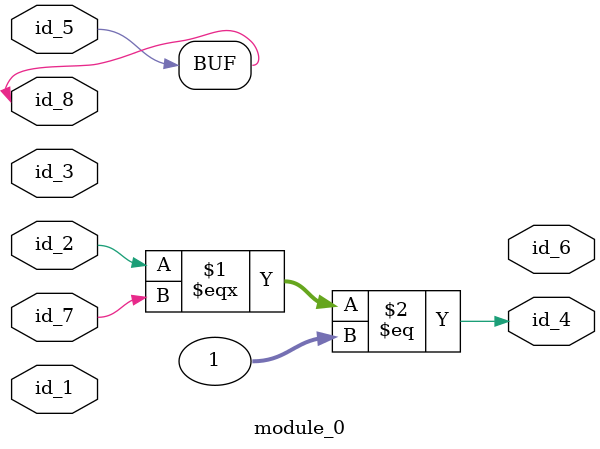
<source format=v>
`timescale 1ps / 1ps
module module_0 (
    id_1,
    id_2,
    id_3,
    id_4,
    id_5,
    id_6,
    id_7,
    id_8
);
  inout id_8;
  input id_7;
  output id_6;
  inout id_5;
  output id_4;
  inout id_3;
  input id_2;
  input id_1;
  assign id_4 = id_2 === id_7 == 1;
  assign id_8 = id_5;
endmodule

</source>
